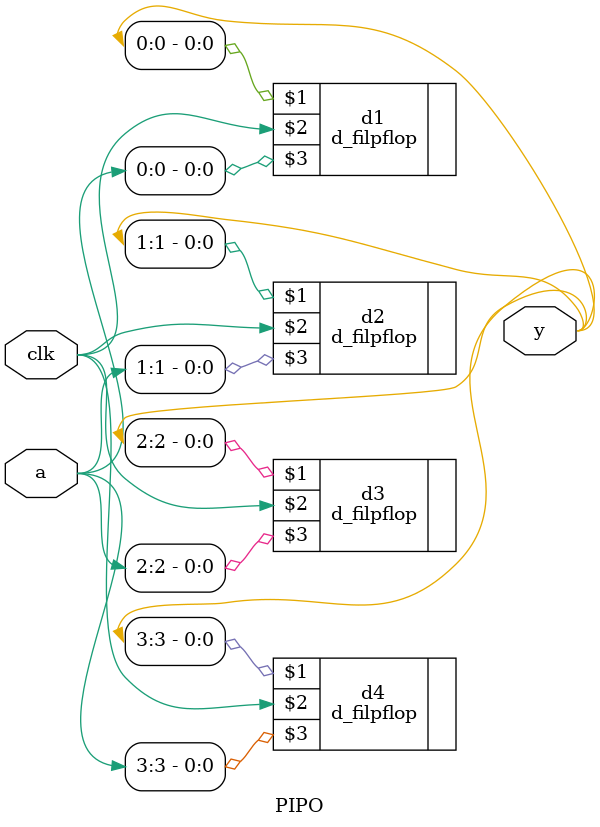
<source format=v>
module PIPO(y,clk,a);
output [3:0]y;
input [3:0]a;
input clk;
d_filpflop d1(y[0],clk,a[0]);
d_filpflop d2(y[1],clk,a[1]);
d_filpflop d3(y[2],clk,a[2]);
d_filpflop d4(y[3],clk,a[3]);
endmodule

</source>
